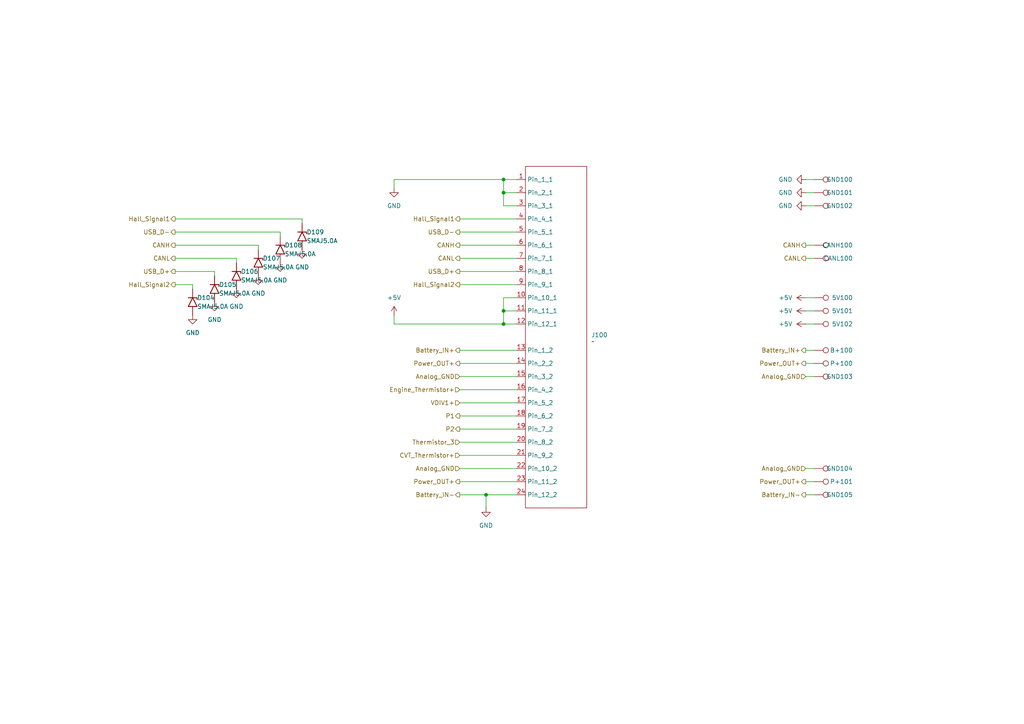
<source format=kicad_sch>
(kicad_sch (version 20231120) (generator "eeschema") (generator_version "8.0")
  (paper "A4")
  (title_block (date "2025-02-11"))
  (lib_symbols
    (symbol "ATM13-12PA-12PB-BM01:ATM13-12PA-12PB-BM01"
      (property "Reference" "J" (at 0 1.778 0))
      (symbol "ATM13-12PA-12PB-BM01_0_1"
        (rectangle (start 0 0) (end 17.78 -99.06))
      )
      (symbol "ATM13-12PA-12PB-BM01_1_1"
        (pin bidirectional line (at -2.54 -3.81 0) (length 2.54) (name "Pin_1_1") (number "1"))
        (pin bidirectional line (at -2.54 -38.1 0) (length 2.54) (name "Pin_10_1") (number "10"))
        (pin bidirectional line (at -2.54 -41.91 0) (length 2.54) (name "Pin_11_1") (number "11"))
        (pin bidirectional line (at -2.54 -45.72 0) (length 2.54) (name "Pin_12_1") (number "12"))
        (pin bidirectional line (at -2.54 -53.34 0) (length 2.54) (name "Pin_1_2") (number "13"))
        (pin bidirectional line (at -2.54 -57.15 0) (length 2.54) (name "Pin_2_2") (number "14"))
        (pin bidirectional line (at -2.54 -60.96 0) (length 2.54) (name "Pin_3_2") (number "15"))
        (pin bidirectional line (at -2.54 -64.77 0) (length 2.54) (name "Pin_4_2") (number "16"))
        (pin bidirectional line (at -2.54 -68.58 0) (length 2.54) (name "Pin_5_2") (number "17"))
        (pin bidirectional line (at -2.54 -72.39 0) (length 2.54) (name "Pin_6_2") (number "18"))
        (pin bidirectional line (at -2.54 -76.2 0) (length 2.54) (name "Pin_7_2") (number "19"))
        (pin bidirectional line (at -2.54 -7.62 0) (length 2.54) (name "Pin_2_1") (number "2"))
        (pin bidirectional line (at -2.54 -80.01 0) (length 2.54) (name "Pin_8_2") (number "20"))
        (pin bidirectional line (at -2.54 -83.82 0) (length 2.54) (name "Pin_9_2") (number "21"))
        (pin bidirectional line (at -2.54 -87.63 0) (length 2.54) (name "Pin_10_2") (number "22"))
        (pin bidirectional line (at -2.54 -91.44 0) (length 2.54) (name "Pin_11_2") (number "23"))
        (pin bidirectional line (at -2.54 -95.25 0) (length 2.54) (name "Pin_12_2") (number "24"))
        (pin bidirectional line (at -2.54 -11.43 0) (length 2.54) (name "Pin_3_1") (number "3"))
        (pin bidirectional line (at -2.54 -15.24 0) (length 2.54) (name "Pin_4_1") (number "4"))
        (pin bidirectional line (at -2.54 -19.05 0) (length 2.54) (name "Pin_5_1") (number "5"))
        (pin bidirectional line (at -2.54 -22.86 0) (length 2.54) (name "Pin_6_1") (number "6"))
        (pin bidirectional line (at -2.54 -26.67 0) (length 2.54) (name "Pin_7_1") (number "7"))
        (pin bidirectional line (at -2.54 -30.48 0) (length 2.54) (name "Pin_8_1") (number "8"))
        (pin bidirectional line (at -2.54 -34.29 0) (length 2.54) (name "Pin_9_1") (number "9"))
      )
    )
    (symbol "Connector:TestPoint" (pin_numbers hide) (pin_names (offset 0.762) hide)
      (property "Reference" "TP" (at 0 6.858 0))
      (property "Value" "TestPoint" (at 0 5.08 0))
      (symbol "TestPoint_0_1"
        (circle (center 0 3.302) (radius 0.762))
      )
      (symbol "TestPoint_1_1"
        (pin passive line (at 0 0 90) (length 2.54) (name "1") (number "1"))
      )
    )
    (symbol "Diode:SMAJ5.0A" (pin_numbers hide) (pin_names (offset 1.016) hide)
      (property "Reference" "D" (at 0 2.54 0))
      (property "Value" "SMAJ5.0A" (at 0 -2.54 0))
      (symbol "SMAJ5.0A_0_1"
        (polyline (pts (xy -0.762 1.27) (xy -1.27 1.27) (xy -1.27 -1.27)) (stroke (width 0.254)))
        (polyline (pts (xy 1.27 1.27) (xy 1.27 -1.27) (xy -1.27 0) (xy 1.27 1.27)) (stroke (width 0.254)))
      )
      (symbol "SMAJ5.0A_1_1"
        (pin passive line (at -3.81 0 0) (length 2.54) (name "A1") (number "1"))
        (pin passive line (at 3.81 0 180) (length 2.54) (name "A2") (number "2"))
      )
    )
    (symbol "power:+5V" (power) (pin_numbers hide) (pin_names (offset 0) hide)
      (property "Value" "+5V" (at 0 3.556 0))
      (symbol "+5V_0_1"
        (polyline (pts (xy -0.762 1.27) (xy 0 2.54)))
        (polyline (pts (xy 0 0) (xy 0 2.54)))
        (polyline (pts (xy 0 2.54) (xy 0.762 1.27)))
      )
      (symbol "+5V_1_1"
        (pin power_in line (at 0 0 90) (length 0) (name "~") (number "1"))
      )
    )
    (symbol "power:GND" (power) (pin_numbers hide) (pin_names (offset 0) hide)
      (property "Value" "GND" (at 0 -3.81 0))
      (symbol "GND_0_1"
        (polyline (pts (xy 0 0) (xy 0 -1.27) (xy 1.27 -1.27) (xy 0 -2.54) (xy -1.27 -1.27) (xy 0 -1.27)))
      )
      (symbol "GND_1_1"
        (pin power_in line (at 0 0 270) (length 0) (name "~") (number "1"))
      )
    )
  )
  (junction (at 146.05 93.98))
  (junction (at 140.97 143.51))
  (junction (at 146.05 52.07))
  (junction (at 146.05 55.88))
  (junction (at 146.05 90.17))
  (wire (pts (xy 233.68 86.36) (xy 236.22 86.36)))
  (wire (pts (xy 74.93 71.12) (xy 74.93 72.39)))
  (wire (pts (xy 133.35 78.74) (xy 149.86 78.74)))
  (wire (pts (xy 233.68 71.12) (xy 236.22 71.12)))
  (wire (pts (xy 149.86 90.17) (xy 146.05 90.17)))
  (wire (pts (xy 50.8 63.5) (xy 87.63 63.5)))
  (wire (pts (xy 233.68 52.07) (xy 236.22 52.07)))
  (wire (pts (xy 146.05 59.69) (xy 146.05 55.88)))
  (wire (pts (xy 133.35 82.55) (xy 149.86 82.55)))
  (wire (pts (xy 233.68 105.41) (xy 236.22 105.41)))
  (wire (pts (xy 50.8 78.74) (xy 62.23 78.74)))
  (wire (pts (xy 114.3 91.44) (xy 114.3 93.98)))
  (wire (pts (xy 133.35 113.03) (xy 149.86 113.03)))
  (wire (pts (xy 133.35 71.12) (xy 149.86 71.12)))
  (wire (pts (xy 62.23 80.01) (xy 62.23 78.74)))
  (wire (pts (xy 81.28 67.31) (xy 81.28 68.58)))
  (wire (pts (xy 140.97 143.51) (xy 140.97 147.32)))
  (wire (pts (xy 146.05 52.07) (xy 114.3 52.07)))
  (wire (pts (xy 133.35 101.6) (xy 149.86 101.6)))
  (wire (pts (xy 87.63 63.5) (xy 87.63 64.77)))
  (wire (pts (xy 50.8 74.93) (xy 68.58 74.93)))
  (wire (pts (xy 146.05 93.98) (xy 149.86 93.98)))
  (wire (pts (xy 233.68 143.51) (xy 236.22 143.51)))
  (wire (pts (xy 50.8 67.31) (xy 81.28 67.31)))
  (wire (pts (xy 233.68 59.69) (xy 236.22 59.69)))
  (wire (pts (xy 146.05 90.17) (xy 146.05 93.98)))
  (wire (pts (xy 133.35 132.08) (xy 149.86 132.08)))
  (wire (pts (xy 233.68 101.6) (xy 236.22 101.6)))
  (wire (pts (xy 68.58 74.93) (xy 68.58 76.2)))
  (wire (pts (xy 233.68 135.89) (xy 236.22 135.89)))
  (wire (pts (xy 133.35 116.84) (xy 149.86 116.84)))
  (wire (pts (xy 133.35 63.5) (xy 149.86 63.5)))
  (wire (pts (xy 149.86 55.88) (xy 146.05 55.88)))
  (wire (pts (xy 50.8 71.12) (xy 74.93 71.12)))
  (wire (pts (xy 146.05 55.88) (xy 146.05 52.07)))
  (wire (pts (xy 233.68 109.22) (xy 236.22 109.22)))
  (wire (pts (xy 133.35 105.41) (xy 149.86 105.41)))
  (wire (pts (xy 233.68 139.7) (xy 236.22 139.7)))
  (wire (pts (xy 140.97 143.51) (xy 149.86 143.51)))
  (wire (pts (xy 133.35 120.65) (xy 149.86 120.65)))
  (wire (pts (xy 233.68 55.88) (xy 236.22 55.88)))
  (wire (pts (xy 149.86 86.36) (xy 146.05 86.36)))
  (wire (pts (xy 114.3 52.07) (xy 114.3 54.61)))
  (wire (pts (xy 149.86 52.07) (xy 146.05 52.07)))
  (wire (pts (xy 133.35 143.51) (xy 140.97 143.51)))
  (wire (pts (xy 133.35 135.89) (xy 149.86 135.89)))
  (wire (pts (xy 133.35 67.31) (xy 149.86 67.31)))
  (wire (pts (xy 133.35 109.22) (xy 149.86 109.22)))
  (wire (pts (xy 133.35 128.27) (xy 149.86 128.27)))
  (wire (pts (xy 233.68 90.17) (xy 236.22 90.17)))
  (wire (pts (xy 55.88 82.55) (xy 55.88 83.82)))
  (wire (pts (xy 114.3 93.98) (xy 146.05 93.98)))
  (wire (pts (xy 233.68 74.93) (xy 236.22 74.93)))
  (wire (pts (xy 50.8 82.55) (xy 55.88 82.55)))
  (wire (pts (xy 233.68 93.98) (xy 236.22 93.98)))
  (wire (pts (xy 149.86 59.69) (xy 146.05 59.69)))
  (wire (pts (xy 133.35 74.93) (xy 149.86 74.93)))
  (wire (pts (xy 133.35 124.46) (xy 149.86 124.46)))
  (wire (pts (xy 146.05 86.36) (xy 146.05 90.17)))
  (wire (pts (xy 133.35 139.7) (xy 149.86 139.7)))
  (hierarchical_label "Power_OUT+" (shape output) (at 133.35 139.7 180))
  (hierarchical_label "Battery_IN+" (shape output) (at 233.68 101.6 180))
  (hierarchical_label "Engine_Thermistor+" (shape input) (at 133.35 113.03 180))
  (hierarchical_label "USB_D+" (shape output) (at 50.8 78.74 180))
  (hierarchical_label "P2" (shape output) (at 133.35 124.46 180))
  (hierarchical_label "Analog_GND" (shape input) (at 233.68 109.22 180))
  (hierarchical_label "Hall_Signal2" (shape output) (at 50.8 82.55 180))
  (hierarchical_label "CANL" (shape output) (at 50.8 74.93 180))
  (hierarchical_label "Analog_GND" (shape input) (at 133.35 109.22 180))
  (hierarchical_label "Power_OUT+" (shape output) (at 233.68 139.7 180))
  (hierarchical_label "USB_D+" (shape output) (at 133.35 78.74 180))
  (hierarchical_label "Power_OUT+" (shape output) (at 233.68 105.41 180))
  (hierarchical_label "CANL" (shape output) (at 233.68 74.93 180))
  (hierarchical_label "P1" (shape output) (at 133.35 120.65 180))
  (hierarchical_label "Power_OUT+" (shape output) (at 133.35 105.41 180))
  (hierarchical_label "Battery_IN-" (shape output) (at 233.68 143.51 180))
  (hierarchical_label "Analog_GND" (shape input) (at 233.68 135.89 180))
  (hierarchical_label "Analog_GND" (shape input) (at 133.35 135.89 180))
  (hierarchical_label "Hall_Signal1" (shape output) (at 50.8 63.5 180))
  (hierarchical_label "VDIV1+" (shape input) (at 133.35 116.84 180))
  (hierarchical_label "Battery_IN-" (shape output) (at 133.35 143.51 180))
  (hierarchical_label "Battery_IN+" (shape output) (at 133.35 101.6 180))
  (hierarchical_label "CANH" (shape output) (at 233.68 71.12 180))
  (hierarchical_label "USB_D-" (shape output) (at 133.35 67.31 180))
  (hierarchical_label "Hall_Signal2" (shape output) (at 133.35 82.55 180))
  (hierarchical_label "Hall_Signal1" (shape output) (at 133.35 63.5 180))
  (hierarchical_label "CANL" (shape output) (at 133.35 74.93 180))
  (hierarchical_label "USB_D-" (shape output) (at 50.8 67.31 180))
  (hierarchical_label "CVT_Thermistor+" (shape input) (at 133.35 132.08 180))
  (hierarchical_label "CANH" (shape output) (at 50.8 71.12 180))
  (hierarchical_label "Thermistor_3" (shape input) (at 133.35 128.27 180))
  (hierarchical_label "CANH" (shape output) (at 133.35 71.12 180))
  (symbol (lib_id "Connector:TestPoint") (at 236.22 109.22 270) (unit 1)
    (property "Reference" "GND103" (at 247.396 109.22 90) (effects (justify right)))
    (property "Value" "TestPoint" (effects (hide yes)))
    (property "Footprint" "TestPoint:TestPoint_Pad_D1.0mm" (effects (hide yes)))
    (property "Description" "test point" (effects (hide yes)))
  )
  (symbol (lib_id "power:+5V") (at 233.68 86.36 90) (unit 1)
    (property "Reference" "#PWR0156" (effects (hide yes)))
    (property "Value" "+5V" (at 229.87 86.3599 90) (effects (justify left)))
    (property "Description" "Power symbol creates a global label with name \"+5V\"" (effects (hide yes)))
  )
  (symbol (lib_id "Connector:TestPoint") (at 236.22 71.12 270) (unit 1)
    (property "Reference" "CANH100" (at 247.396 71.12 90) (effects (justify right)))
    (property "Value" "TestPoint" (effects (hide yes)))
    (property "Footprint" "TestPoint:TestPoint_Pad_D1.0mm" (effects (hide yes)))
    (property "Description" "test point" (effects (hide yes)))
  )
  (symbol (lib_id "power:GND") (at 233.68 55.88 270) (unit 1)
    (property "Reference" "#PWR0157" (effects (hide yes)))
    (property "Value" "GND" (at 229.87 55.8799 90) (effects (justify right)))
    (property "Description" "Power symbol creates a global label with name \"GND\" , ground" (effects (hide yes)))
  )
  (symbol (lib_id "power:+5V") (at 114.3 91.44 0) (unit 1)
    (property "Reference" "#PWR0101" (effects (hide yes)))
    (property "Value" "+5V" (at 114.3 86.36 0))
    (property "Description" "Power symbol creates a global label with name \"+5V\"" (effects (hide yes)))
  )
  (symbol (lib_id "Diode:SMAJ5.0A") (at 81.28 72.39 270) (unit 1)
    (property "Reference" "D108" (at 82.55 71.12 90) (effects (justify left)))
    (property "Value" "SMAJ5.0A" (at 82.55 73.66 90) (effects (justify left)))
    (property "Footprint" "Diode_SMD:D_SMA" (effects (hide yes)))
    (property "Datasheet" "https://www.littelfuse.com/media?resourcetype=datasheets&itemid=75e32973-b177-4ee3-a0ff-cedaf1abdb93&filename=smaj-datasheet" (effects (hide yes)))
    (property "Description" "400W unidirectional Transient Voltage Suppressor, 5.0Vr, SMA(DO-214AC)" (effects (hide yes)))
    (property "DIGIKEY LINK" "https://www.digikey.com/en/products/detail/littelfuse-inc/SMAJ5-0A/762250" (effects (hide yes)))
  )
  (symbol (lib_id "Connector:TestPoint") (at 236.22 101.6 270) (unit 1)
    (property "Reference" "B+100" (at 247.396 101.6 90) (effects (justify right)))
    (property "Value" "TestPoint" (effects (hide yes)))
    (property "Footprint" "TestPoint:TestPoint_Pad_D1.0mm" (effects (hide yes)))
    (property "Description" "test point" (effects (hide yes)))
  )
  (symbol (lib_id "Connector:TestPoint") (at 236.22 59.69 270) (unit 1)
    (property "Reference" "GND102" (at 247.396 59.69 90) (effects (justify right)))
    (property "Value" "TestPoint" (effects (hide yes)))
    (property "Footprint" "TestPoint:TestPoint_Pad_D1.0mm" (effects (hide yes)))
    (property "Description" "test point" (effects (hide yes)))
  )
  (symbol (lib_id "Connector:TestPoint") (at 236.22 93.98 270) (unit 1)
    (property "Reference" "5V102" (at 247.396 93.98 90) (effects (justify right)))
    (property "Value" "TestPoint" (effects (hide yes)))
    (property "Footprint" "TestPoint:TestPoint_Pad_D1.0mm" (effects (hide yes)))
    (property "Description" "test point" (effects (hide yes)))
  )
  (symbol (lib_id "power:GND") (at 74.93 80.01 0) (unit 1)
    (property "Reference" "#PWR0162" (effects (hide yes)))
    (property "Value" "GND" (at 74.93 85.09 0))
    (property "Description" "Power symbol creates a global label with name \"GND\" , ground" (effects (hide yes)))
  )
  (symbol (lib_id "Connector:TestPoint") (at 236.22 139.7 270) (unit 1)
    (property "Reference" "P+101" (at 247.396 139.7 90) (effects (justify right)))
    (property "Value" "TestPoint" (effects (hide yes)))
    (property "Footprint" "TestPoint:TestPoint_Pad_D1.0mm" (effects (hide yes)))
    (property "Description" "test point" (effects (hide yes)))
  )
  (symbol (lib_id "power:GND") (at 62.23 87.63 0) (unit 1)
    (property "Reference" "#PWR0164" (effects (hide yes)))
    (property "Value" "GND" (at 62.23 92.71 0))
    (property "Description" "Power symbol creates a global label with name \"GND\" , ground" (effects (hide yes)))
  )
  (symbol (lib_id "Connector:TestPoint") (at 236.22 52.07 270) (unit 1)
    (property "Reference" "GND100" (at 247.396 52.07 90) (effects (justify right)))
    (property "Value" "TestPoint" (effects (hide yes)))
    (property "Footprint" "TestPoint:TestPoint_Pad_D1.0mm" (effects (hide yes)))
    (property "Description" "test point" (effects (hide yes)))
  )
  (symbol (lib_id "power:GND") (at 87.63 72.39 0) (unit 1)
    (property "Reference" "#PWR0160" (effects (hide yes)))
    (property "Value" "GND" (at 87.63 77.47 0))
    (property "Description" "Power symbol creates a global label with name \"GND\" , ground" (effects (hide yes)))
  )
  (symbol (lib_id "power:GND") (at 55.88 91.44 0) (unit 1)
    (property "Reference" "#PWR0165" (effects (hide yes)))
    (property "Value" "GND" (at 55.88 96.52 0))
    (property "Description" "Power symbol creates a global label with name \"GND\" , ground" (effects (hide yes)))
  )
  (symbol (lib_id "ATM13-12PA-12PB-BM01:ATM13-12PA-12PB-BM01") (at 152.4 48.26 0) (unit 1)
    (property "Reference" "J100" (at 171.45 97.1549 0) (effects (justify left)))
    (property "Value" "~" (at 171.45 99.06 0) (effects (justify left)))
    (property "Footprint" "ATM13-12PA-12PB-BM01:ATM13-12PA-12PB-BM01" (effects (hide yes)))
    (property "Datasheet" "https://www.amphenol-sine.com/pdf/datasheet/ATM13-12PA-12PB-BM01.pdf" (effects (hide yes)))
    (property "DIGIKEY LINK" "https://www.digikey.com/en/products/detail/amphenol-sine-systems-corp/ATM13-12PA-12PB-BM01/9953949" (effects (hide yes)))
  )
  (symbol (lib_id "power:GND") (at 68.58 83.82 0) (unit 1)
    (property "Reference" "#PWR0163" (effects (hide yes)))
    (property "Value" "GND" (at 68.58 88.9 0))
    (property "Description" "Power symbol creates a global label with name \"GND\" , ground" (effects (hide yes)))
  )
  (symbol (lib_id "power:GND") (at 233.68 59.69 270) (unit 1)
    (property "Reference" "#PWR0155" (effects (hide yes)))
    (property "Value" "GND" (at 229.87 59.6899 90) (effects (justify right)))
    (property "Description" "Power symbol creates a global label with name \"GND\" , ground" (effects (hide yes)))
  )
  (symbol (lib_id "Diode:SMAJ5.0A") (at 55.88 87.63 270) (unit 1)
    (property "Reference" "D104" (at 57.15 86.36 90) (effects (justify left)))
    (property "Value" "SMAJ5.0A" (at 57.15 88.9 90) (effects (justify left)))
    (property "Footprint" "Diode_SMD:D_SMA" (effects (hide yes)))
    (property "Datasheet" "https://www.littelfuse.com/media?resourcetype=datasheets&itemid=75e32973-b177-4ee3-a0ff-cedaf1abdb93&filename=smaj-datasheet" (effects (hide yes)))
    (property "Description" "400W unidirectional Transient Voltage Suppressor, 5.0Vr, SMA(DO-214AC)" (effects (hide yes)))
    (property "DIGIKEY LINK" "https://www.digikey.com/en/products/detail/littelfuse-inc/SMAJ5-0A/762250" (effects (hide yes)))
  )
  (symbol (lib_id "Connector:TestPoint") (at 236.22 55.88 270) (unit 1)
    (property "Reference" "GND101" (at 247.396 55.88 90) (effects (justify right)))
    (property "Value" "TestPoint" (effects (hide yes)))
    (property "Footprint" "TestPoint:TestPoint_Pad_D1.0mm" (effects (hide yes)))
    (property "Description" "test point" (effects (hide yes)))
  )
  (symbol (lib_id "power:GND") (at 114.3 54.61 0) (unit 1)
    (property "Reference" "#PWR0100" (effects (hide yes)))
    (property "Value" "GND" (at 114.3 59.69 0))
    (property "Description" "Power symbol creates a global label with name \"GND\" , ground" (effects (hide yes)))
  )
  (symbol (lib_id "power:GND") (at 140.97 147.32 0) (unit 1)
    (property "Reference" "#PWR0102" (effects (hide yes)))
    (property "Value" "GND" (at 140.97 152.4 0))
    (property "Description" "Power symbol creates a global label with name \"GND\" , ground" (effects (hide yes)))
  )
  (symbol (lib_id "Diode:SMAJ5.0A") (at 87.63 68.58 270) (unit 1)
    (property "Reference" "D109" (at 88.9 67.31 90) (effects (justify left)))
    (property "Value" "SMAJ5.0A" (at 88.9 69.85 90) (effects (justify left)))
    (property "Footprint" "Diode_SMD:D_SMA" (effects (hide yes)))
    (property "Datasheet" "https://www.littelfuse.com/media?resourcetype=datasheets&itemid=75e32973-b177-4ee3-a0ff-cedaf1abdb93&filename=smaj-datasheet" (effects (hide yes)))
    (property "Description" "400W unidirectional Transient Voltage Suppressor, 5.0Vr, SMA(DO-214AC)" (effects (hide yes)))
    (property "DIGIKEY LINK" "https://www.digikey.com/en/products/detail/littelfuse-inc/SMAJ5-0A/762250" (effects (hide yes)))
  )
  (symbol (lib_id "power:+5V") (at 233.68 90.17 90) (unit 1)
    (property "Reference" "#PWR0146" (effects (hide yes)))
    (property "Value" "+5V" (at 229.87 90.1699 90) (effects (justify left)))
    (property "Description" "Power symbol creates a global label with name \"+5V\"" (effects (hide yes)))
  )
  (symbol (lib_id "Connector:TestPoint") (at 236.22 86.36 270) (unit 1)
    (property "Reference" "5V100" (at 247.396 86.36 90) (effects (justify right)))
    (property "Value" "TestPoint" (effects (hide yes)))
    (property "Footprint" "TestPoint:TestPoint_Pad_D1.0mm" (effects (hide yes)))
    (property "Description" "test point" (effects (hide yes)))
  )
  (symbol (lib_id "Connector:TestPoint") (at 236.22 90.17 270) (unit 1)
    (property "Reference" "5V101" (at 247.396 90.17 90) (effects (justify right)))
    (property "Value" "TestPoint" (effects (hide yes)))
    (property "Footprint" "TestPoint:TestPoint_Pad_D1.0mm" (effects (hide yes)))
    (property "Description" "test point" (effects (hide yes)))
  )
  (symbol (lib_id "power:GND") (at 233.68 52.07 270) (unit 1)
    (property "Reference" "#PWR0158" (effects (hide yes)))
    (property "Value" "GND" (at 229.87 52.0699 90) (effects (justify right)))
    (property "Description" "Power symbol creates a global label with name \"GND\" , ground" (effects (hide yes)))
  )
  (symbol (lib_id "power:+5V") (at 233.68 93.98 90) (unit 1)
    (property "Reference" "#PWR0150" (effects (hide yes)))
    (property "Value" "+5V" (at 229.87 93.9799 90) (effects (justify left)))
    (property "Description" "Power symbol creates a global label with name \"+5V\"" (effects (hide yes)))
  )
  (symbol (lib_id "Connector:TestPoint") (at 236.22 105.41 270) (unit 1)
    (property "Reference" "P+100" (at 247.396 105.41 90) (effects (justify right)))
    (property "Value" "TestPoint" (effects (hide yes)))
    (property "Footprint" "TestPoint:TestPoint_Pad_D1.0mm" (effects (hide yes)))
    (property "Description" "test point" (effects (hide yes)))
  )
  (symbol (lib_id "Connector:TestPoint") (at 236.22 143.51 270) (unit 1)
    (property "Reference" "GND105" (at 247.396 143.51 90) (effects (justify right)))
    (property "Value" "TestPoint" (effects (hide yes)))
    (property "Footprint" "TestPoint:TestPoint_Pad_D1.0mm" (effects (hide yes)))
    (property "Description" "test point" (effects (hide yes)))
  )
  (symbol (lib_id "Diode:SMAJ5.0A") (at 68.58 80.01 270) (unit 1)
    (property "Reference" "D106" (at 69.85 78.74 90) (effects (justify left)))
    (property "Value" "SMAJ5.0A" (at 69.85 81.28 90) (effects (justify left)))
    (property "Footprint" "Diode_SMD:D_SMA" (effects (hide yes)))
    (property "Datasheet" "https://www.littelfuse.com/media?resourcetype=datasheets&itemid=75e32973-b177-4ee3-a0ff-cedaf1abdb93&filename=smaj-datasheet" (effects (hide yes)))
    (property "Description" "400W unidirectional Transient Voltage Suppressor, 5.0Vr, SMA(DO-214AC)" (effects (hide yes)))
    (property "DIGIKEY LINK" "https://www.digikey.com/en/products/detail/littelfuse-inc/SMAJ5-0A/762250" (effects (hide yes)))
  )
  (symbol (lib_id "Diode:SMAJ5.0A") (at 74.93 76.2 270) (unit 1)
    (property "Reference" "D107" (at 76.2 74.93 90) (effects (justify left)))
    (property "Value" "SMAJ5.0A" (at 76.2 77.47 90) (effects (justify left)))
    (property "Footprint" "Diode_SMD:D_SMA" (effects (hide yes)))
    (property "Datasheet" "https://www.littelfuse.com/media?resourcetype=datasheets&itemid=75e32973-b177-4ee3-a0ff-cedaf1abdb93&filename=smaj-datasheet" (effects (hide yes)))
    (property "Description" "400W unidirectional Transient Voltage Suppressor, 5.0Vr, SMA(DO-214AC)" (effects (hide yes)))
    (property "DIGIKEY LINK" "https://www.digikey.com/en/products/detail/littelfuse-inc/SMAJ5-0A/762250" (effects (hide yes)))
  )
  (symbol (lib_id "Connector:TestPoint") (at 236.22 135.89 270) (unit 1)
    (property "Reference" "GND104" (at 247.396 135.89 90) (effects (justify right)))
    (property "Value" "TestPoint" (effects (hide yes)))
    (property "Footprint" "TestPoint:TestPoint_Pad_D1.0mm" (effects (hide yes)))
    (property "Description" "test point" (effects (hide yes)))
  )
  (symbol (lib_id "Connector:TestPoint") (at 236.22 74.93 270) (unit 1)
    (property "Reference" "CANL100" (at 247.396 74.93 90) (effects (justify right)))
    (property "Value" "TestPoint" (effects (hide yes)))
    (property "Footprint" "TestPoint:TestPoint_Pad_D1.0mm" (effects (hide yes)))
    (property "Description" "test point" (effects (hide yes)))
  )
  (symbol (lib_id "Diode:SMAJ5.0A") (at 62.23 83.82 270) (unit 1)
    (property "Reference" "D105" (at 63.5 82.55 90) (effects (justify left)))
    (property "Value" "SMAJ5.0A" (at 63.5 85.09 90) (effects (justify left)))
    (property "Footprint" "Diode_SMD:D_SMA" (effects (hide yes)))
    (property "Datasheet" "https://www.littelfuse.com/media?resourcetype=datasheets&itemid=75e32973-b177-4ee3-a0ff-cedaf1abdb93&filename=smaj-datasheet" (effects (hide yes)))
    (property "Description" "400W unidirectional Transient Voltage Suppressor, 5.0Vr, SMA(DO-214AC)" (effects (hide yes)))
    (property "DIGIKEY LINK" "https://www.digikey.com/en/products/detail/littelfuse-inc/SMAJ5-0A/762250" (effects (hide yes)))
  )
  (symbol (lib_id "power:GND") (at 81.28 76.2 0) (unit 1)
    (property "Reference" "#PWR0161" (effects (hide yes)))
    (property "Value" "GND" (at 81.28 81.28 0))
    (property "Description" "Power symbol creates a global label with name \"GND\" , ground" (effects (hide yes)))
  )
)
</source>
